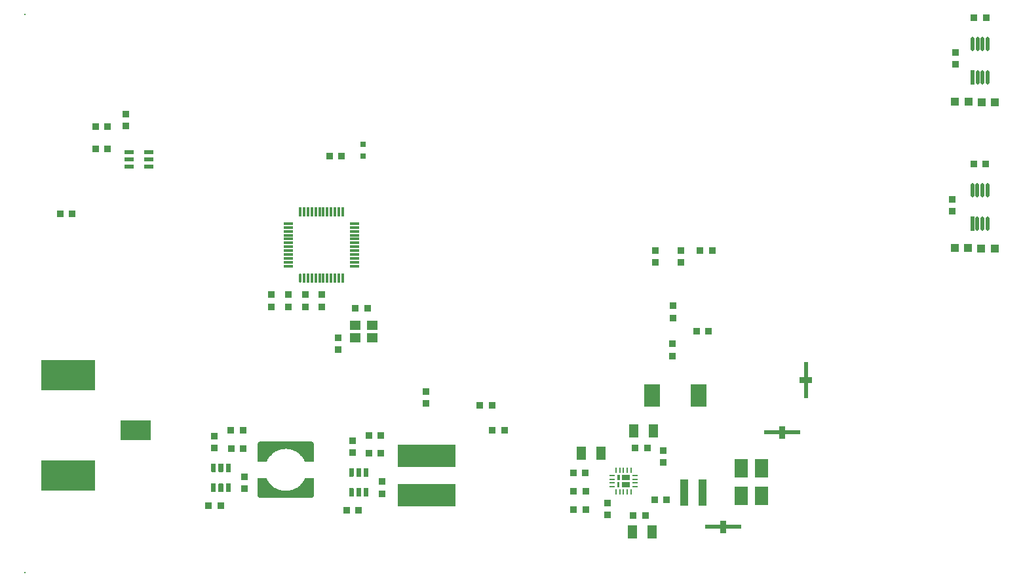
<source format=gtp>
G04*
G04 #@! TF.GenerationSoftware,Altium Limited,Altium Designer,25.3.3 (18)*
G04*
G04 Layer_Color=8421504*
%FSLAX44Y44*%
%MOMM*%
G71*
G04*
G04 #@! TF.SameCoordinates,6D202E75-467B-4672-BE30-C010D47AD25D*
G04*
G04*
G04 #@! TF.FilePolarity,Positive*
G04*
G01*
G75*
%ADD17R,0.4980X1.8565*%
G04:AMPARAMS|DCode=18|XSize=1.8565mm|YSize=0.498mm|CornerRadius=0.249mm|HoleSize=0mm|Usage=FLASHONLY|Rotation=90.000|XOffset=0mm|YOffset=0mm|HoleType=Round|Shape=RoundedRectangle|*
%AMROUNDEDRECTD18*
21,1,1.8565,0.0000,0,0,90.0*
21,1,1.3585,0.4980,0,0,90.0*
1,1,0.4980,0.0000,0.6793*
1,1,0.4980,0.0000,-0.6793*
1,1,0.4980,0.0000,-0.6793*
1,1,0.4980,0.0000,0.6793*
%
%ADD18ROUNDEDRECTD18*%
%ADD19R,0.8587X0.9121*%
%ADD20R,0.9121X0.8587*%
%ADD21R,1.0000X1.0000*%
%ADD22R,7.5000X3.0000*%
%ADD23R,1.1500X1.7000*%
%ADD24R,0.3000X0.6500*%
%ADD25R,0.6500X0.2500*%
%ADD26R,0.2500X0.6500*%
%ADD27R,1.0000X0.7000*%
%ADD28R,1.4000X1.2000*%
%ADD29R,1.2000X0.6000*%
%ADD30R,2.0000X3.0000*%
%ADD31R,1.8000X2.4000*%
%ADD32R,0.9800X3.4000*%
%ADD33O,0.3000X1.2000*%
%ADD34R,0.3000X1.2000*%
%ADD35R,1.2000X0.3000*%
%ADD36R,0.1270X0.1270*%
%ADD37R,0.8000X0.8000*%
%ADD38R,7.0000X4.0000*%
%ADD39R,4.0000X2.5000*%
G36*
X1026678Y262626D02*
X1032278D01*
Y255026D01*
X1026678D01*
Y235476D01*
X1021578D01*
Y255026D01*
X1015978D01*
Y262626D01*
X1021578D01*
Y282176D01*
X1026678D01*
Y262626D01*
D02*
G37*
G36*
X997448Y193558D02*
X1016998D01*
Y188458D01*
X997448D01*
Y182858D01*
X989848D01*
Y188458D01*
X970298D01*
Y193558D01*
X989848D01*
Y199158D01*
X997448D01*
Y193558D01*
D02*
G37*
G36*
X385008Y179238D02*
X385218Y179228D01*
X385428Y179198D01*
X385628Y179158D01*
X385838Y179108D01*
X386038Y179048D01*
X386228Y178978D01*
X386428Y178898D01*
X386618Y178808D01*
X386798Y178708D01*
X386978Y178598D01*
X387148Y178488D01*
X387318Y178358D01*
X387478Y178218D01*
X387628Y178078D01*
X387768Y177928D01*
X387908Y177768D01*
X388038Y177598D01*
X388148Y177428D01*
X388258Y177248D01*
X388358Y177068D01*
X388448Y176878D01*
X388528Y176678D01*
X388598Y176488D01*
X388658Y176288D01*
X388708Y176078D01*
X388748Y175878D01*
X388778Y175668D01*
X388788Y175458D01*
X388798Y175248D01*
Y153248D01*
X377178D01*
X376708Y154298D01*
X376248Y155238D01*
X375748Y156158D01*
X375208Y157058D01*
X374638Y157938D01*
X374028Y158798D01*
X373388Y159628D01*
X372718Y160438D01*
X372018Y161218D01*
X371278Y161968D01*
X370518Y162688D01*
X369728Y163388D01*
X368918Y164048D01*
X368078Y164678D01*
X367208Y165278D01*
X366328Y165838D01*
X365418Y166358D01*
X364488Y166858D01*
X363548Y167308D01*
X362578Y167728D01*
X361598Y168108D01*
X360608Y168448D01*
X359608Y168748D01*
X358588Y169018D01*
X357558Y169238D01*
X356528Y169418D01*
X355488Y169568D01*
X354438Y169668D01*
X353398Y169728D01*
X352298Y169748D01*
X351198Y169728D01*
X350158Y169668D01*
X349108Y169568D01*
X348068Y169418D01*
X347038Y169238D01*
X346008Y169018D01*
X344988Y168748D01*
X343988Y168448D01*
X342998Y168108D01*
X342018Y167728D01*
X341048Y167308D01*
X340108Y166858D01*
X339178Y166358D01*
X338268Y165838D01*
X337388Y165278D01*
X336518Y164678D01*
X335678Y164048D01*
X334868Y163388D01*
X334078Y162688D01*
X333318Y161968D01*
X332578Y161218D01*
X331878Y160438D01*
X331208Y159628D01*
X330568Y158798D01*
X329958Y157938D01*
X329388Y157058D01*
X328848Y156158D01*
X328348Y155238D01*
X327888Y154298D01*
X327418Y153248D01*
X315798D01*
Y175248D01*
X315808Y175458D01*
X315818Y175668D01*
X315848Y175878D01*
X315888Y176078D01*
X315938Y176288D01*
X315998Y176488D01*
X316068Y176678D01*
X316148Y176878D01*
X316238Y177068D01*
X316338Y177248D01*
X316448Y177428D01*
X316558Y177598D01*
X316688Y177768D01*
X316828Y177928D01*
X316968Y178078D01*
X317118Y178218D01*
X317278Y178358D01*
X317448Y178488D01*
X317618Y178598D01*
X317798Y178708D01*
X317978Y178808D01*
X318168Y178898D01*
X318368Y178978D01*
X318558Y179048D01*
X318758Y179108D01*
X318968Y179158D01*
X319168Y179198D01*
X319378Y179228D01*
X319588Y179238D01*
X319798Y179248D01*
X384798D01*
X385008Y179238D01*
D02*
G37*
G36*
X280558Y150958D02*
X280578D01*
X280608Y150948D01*
X280628D01*
X280658Y150938D01*
X280678Y150928D01*
X280708Y150918D01*
X280728Y150898D01*
X280748Y150888D01*
X280768Y150868D01*
X280788Y150858D01*
X280808Y150838D01*
X280828Y150818D01*
X280848Y150798D01*
X280868Y150778D01*
X280878Y150758D01*
X280898Y150738D01*
X280908Y150718D01*
X280928Y150698D01*
X280938Y150668D01*
X280948Y150648D01*
X280958Y150618D01*
Y150598D01*
X280968Y150568D01*
Y150548D01*
X280978Y150518D01*
Y140418D01*
X280968Y140388D01*
Y140368D01*
X280958Y140338D01*
Y140318D01*
X280948Y140288D01*
X280938Y140268D01*
X280928Y140238D01*
X280908Y140218D01*
X280898Y140198D01*
X280878Y140178D01*
X280868Y140158D01*
X280848Y140138D01*
X280828Y140118D01*
X280808Y140098D01*
X280788Y140078D01*
X280768Y140068D01*
X280748Y140048D01*
X280728Y140038D01*
X280708Y140018D01*
X280678Y140008D01*
X280658Y139998D01*
X280628Y139988D01*
X280608D01*
X280578Y139978D01*
X280558D01*
X280528Y139968D01*
X275428D01*
X275398Y139978D01*
X275378D01*
X275348Y139988D01*
X275328D01*
X275298Y139998D01*
X275278Y140008D01*
X275248Y140018D01*
X275228Y140038D01*
X275208Y140048D01*
X275188Y140068D01*
X275168Y140078D01*
X275148Y140098D01*
X275128Y140118D01*
X275108Y140138D01*
X275088Y140158D01*
X275078Y140178D01*
X275058Y140198D01*
X275048Y140218D01*
X275028Y140238D01*
X275018Y140268D01*
X275008Y140288D01*
X274998Y140318D01*
Y140338D01*
X274988Y140368D01*
Y140388D01*
X274978Y140418D01*
Y150518D01*
X274988Y150548D01*
Y150568D01*
X274998Y150598D01*
Y150618D01*
X275008Y150648D01*
X275018Y150668D01*
X275028Y150698D01*
X275048Y150718D01*
X275058Y150738D01*
X275078Y150758D01*
X275088Y150778D01*
X275108Y150798D01*
X275128Y150818D01*
X275148Y150838D01*
X275168Y150858D01*
X275188Y150868D01*
X275208Y150888D01*
X275228Y150898D01*
X275248Y150918D01*
X275278Y150928D01*
X275298Y150938D01*
X275328Y150948D01*
X275348D01*
X275378Y150958D01*
X275398D01*
X275428Y150968D01*
X280528D01*
X280558Y150958D01*
D02*
G37*
G36*
X271058D02*
X271078D01*
X271108Y150948D01*
X271128D01*
X271158Y150938D01*
X271178Y150928D01*
X271208Y150918D01*
X271228Y150898D01*
X271248Y150888D01*
X271268Y150868D01*
X271288Y150858D01*
X271308Y150838D01*
X271328Y150818D01*
X271348Y150798D01*
X271368Y150778D01*
X271378Y150758D01*
X271398Y150738D01*
X271408Y150718D01*
X271428Y150698D01*
X271438Y150668D01*
X271448Y150648D01*
X271458Y150618D01*
Y150598D01*
X271468Y150568D01*
Y150548D01*
X271478Y150518D01*
Y140418D01*
X271468Y140388D01*
Y140368D01*
X271458Y140338D01*
Y140318D01*
X271448Y140288D01*
X271438Y140268D01*
X271428Y140238D01*
X271408Y140218D01*
X271398Y140198D01*
X271378Y140178D01*
X271368Y140158D01*
X271348Y140138D01*
X271328Y140118D01*
X271308Y140098D01*
X271288Y140078D01*
X271268Y140068D01*
X271248Y140048D01*
X271228Y140038D01*
X271208Y140018D01*
X271178Y140008D01*
X271158Y139998D01*
X271128Y139988D01*
X271108D01*
X271078Y139978D01*
X271058D01*
X271028Y139968D01*
X265928D01*
X265898Y139978D01*
X265878D01*
X265848Y139988D01*
X265828D01*
X265798Y139998D01*
X265778Y140008D01*
X265748Y140018D01*
X265728Y140038D01*
X265708Y140048D01*
X265688Y140068D01*
X265668Y140078D01*
X265648Y140098D01*
X265628Y140118D01*
X265608Y140138D01*
X265588Y140158D01*
X265578Y140178D01*
X265558Y140198D01*
X265548Y140218D01*
X265528Y140238D01*
X265518Y140268D01*
X265508Y140288D01*
X265498Y140318D01*
Y140338D01*
X265488Y140368D01*
Y140388D01*
X265478Y140418D01*
Y150518D01*
X265488Y150548D01*
Y150568D01*
X265498Y150598D01*
Y150618D01*
X265508Y150648D01*
X265518Y150668D01*
X265528Y150698D01*
X265548Y150718D01*
X265558Y150738D01*
X265578Y150758D01*
X265588Y150778D01*
X265608Y150798D01*
X265628Y150818D01*
X265648Y150838D01*
X265668Y150858D01*
X265688Y150868D01*
X265708Y150888D01*
X265728Y150898D01*
X265748Y150918D01*
X265778Y150928D01*
X265798Y150938D01*
X265828Y150948D01*
X265848D01*
X265878Y150958D01*
X265898D01*
X265928Y150968D01*
X271028D01*
X271058Y150958D01*
D02*
G37*
G36*
X261558D02*
X261578D01*
X261608Y150948D01*
X261628D01*
X261658Y150938D01*
X261678Y150928D01*
X261708Y150918D01*
X261728Y150898D01*
X261748Y150888D01*
X261768Y150868D01*
X261788Y150858D01*
X261808Y150838D01*
X261828Y150818D01*
X261848Y150798D01*
X261868Y150778D01*
X261878Y150758D01*
X261898Y150738D01*
X261908Y150718D01*
X261928Y150698D01*
X261938Y150668D01*
X261948Y150648D01*
X261958Y150618D01*
Y150598D01*
X261968Y150568D01*
Y150548D01*
X261978Y150518D01*
Y140418D01*
X261968Y140388D01*
Y140368D01*
X261958Y140338D01*
Y140318D01*
X261948Y140288D01*
X261938Y140268D01*
X261928Y140238D01*
X261908Y140218D01*
X261898Y140198D01*
X261878Y140178D01*
X261868Y140158D01*
X261848Y140138D01*
X261828Y140118D01*
X261808Y140098D01*
X261788Y140078D01*
X261768Y140068D01*
X261748Y140048D01*
X261728Y140038D01*
X261708Y140018D01*
X261678Y140008D01*
X261658Y139998D01*
X261628Y139988D01*
X261608D01*
X261578Y139978D01*
X261558D01*
X261528Y139968D01*
X256428D01*
X256398Y139978D01*
X256378D01*
X256348Y139988D01*
X256328D01*
X256298Y139998D01*
X256278Y140008D01*
X256248Y140018D01*
X256228Y140038D01*
X256208Y140048D01*
X256188Y140068D01*
X256168Y140078D01*
X256148Y140098D01*
X256128Y140118D01*
X256108Y140138D01*
X256088Y140158D01*
X256078Y140178D01*
X256058Y140198D01*
X256048Y140218D01*
X256028Y140238D01*
X256018Y140268D01*
X256008Y140288D01*
X255998Y140318D01*
Y140338D01*
X255988Y140368D01*
Y140388D01*
X255978Y140418D01*
Y150518D01*
X255988Y150548D01*
Y150568D01*
X255998Y150598D01*
Y150618D01*
X256008Y150648D01*
X256018Y150668D01*
X256028Y150698D01*
X256048Y150718D01*
X256058Y150738D01*
X256078Y150758D01*
X256088Y150778D01*
X256108Y150798D01*
X256128Y150818D01*
X256148Y150838D01*
X256168Y150858D01*
X256188Y150868D01*
X256208Y150888D01*
X256228Y150898D01*
X256248Y150918D01*
X256278Y150928D01*
X256298Y150938D01*
X256328Y150948D01*
X256348D01*
X256378Y150958D01*
X256398D01*
X256428Y150968D01*
X261528D01*
X261558Y150958D01*
D02*
G37*
G36*
X458612Y144982D02*
X458632D01*
X458662Y144972D01*
X458682D01*
X458712Y144962D01*
X458732Y144952D01*
X458762Y144942D01*
X458782Y144922D01*
X458802Y144912D01*
X458822Y144892D01*
X458842Y144882D01*
X458862Y144862D01*
X458882Y144842D01*
X458902Y144822D01*
X458922Y144802D01*
X458932Y144782D01*
X458952Y144762D01*
X458962Y144742D01*
X458982Y144722D01*
X458992Y144692D01*
X459002Y144672D01*
X459012Y144642D01*
Y144622D01*
X459022Y144592D01*
Y144572D01*
X459032Y144542D01*
Y134442D01*
X459022Y134412D01*
Y134392D01*
X459012Y134362D01*
Y134342D01*
X459002Y134312D01*
X458992Y134292D01*
X458982Y134262D01*
X458962Y134242D01*
X458952Y134222D01*
X458932Y134202D01*
X458922Y134182D01*
X458902Y134162D01*
X458882Y134142D01*
X458862Y134122D01*
X458842Y134102D01*
X458822Y134092D01*
X458802Y134072D01*
X458782Y134062D01*
X458762Y134042D01*
X458732Y134032D01*
X458712Y134022D01*
X458682Y134012D01*
X458662D01*
X458632Y134002D01*
X458612D01*
X458582Y133992D01*
X453482D01*
X453452Y134002D01*
X453432D01*
X453402Y134012D01*
X453382D01*
X453352Y134022D01*
X453332Y134032D01*
X453302Y134042D01*
X453282Y134062D01*
X453262Y134072D01*
X453242Y134092D01*
X453222Y134102D01*
X453202Y134122D01*
X453182Y134142D01*
X453162Y134162D01*
X453142Y134182D01*
X453132Y134202D01*
X453112Y134222D01*
X453102Y134242D01*
X453082Y134262D01*
X453072Y134292D01*
X453062Y134312D01*
X453052Y134342D01*
Y134362D01*
X453042Y134392D01*
Y134412D01*
X453032Y134442D01*
Y144542D01*
X453042Y144572D01*
Y144592D01*
X453052Y144622D01*
Y144642D01*
X453062Y144672D01*
X453072Y144692D01*
X453082Y144722D01*
X453102Y144742D01*
X453112Y144762D01*
X453132Y144782D01*
X453142Y144802D01*
X453162Y144822D01*
X453182Y144842D01*
X453202Y144862D01*
X453222Y144882D01*
X453242Y144892D01*
X453262Y144912D01*
X453282Y144922D01*
X453302Y144942D01*
X453332Y144952D01*
X453352Y144962D01*
X453382Y144972D01*
X453402D01*
X453432Y144982D01*
X453452D01*
X453482Y144992D01*
X458582D01*
X458612Y144982D01*
D02*
G37*
G36*
X449112D02*
X449132D01*
X449162Y144972D01*
X449182D01*
X449212Y144962D01*
X449232Y144952D01*
X449262Y144942D01*
X449282Y144922D01*
X449302Y144912D01*
X449322Y144892D01*
X449342Y144882D01*
X449362Y144862D01*
X449382Y144842D01*
X449402Y144822D01*
X449422Y144802D01*
X449432Y144782D01*
X449452Y144762D01*
X449462Y144742D01*
X449482Y144722D01*
X449492Y144692D01*
X449502Y144672D01*
X449512Y144642D01*
Y144622D01*
X449522Y144592D01*
Y144572D01*
X449532Y144542D01*
Y134442D01*
X449522Y134412D01*
Y134392D01*
X449512Y134362D01*
Y134342D01*
X449502Y134312D01*
X449492Y134292D01*
X449482Y134262D01*
X449462Y134242D01*
X449452Y134222D01*
X449432Y134202D01*
X449422Y134182D01*
X449402Y134162D01*
X449382Y134142D01*
X449362Y134122D01*
X449342Y134102D01*
X449322Y134092D01*
X449302Y134072D01*
X449282Y134062D01*
X449262Y134042D01*
X449232Y134032D01*
X449212Y134022D01*
X449182Y134012D01*
X449162D01*
X449132Y134002D01*
X449112D01*
X449082Y133992D01*
X443982D01*
X443952Y134002D01*
X443932D01*
X443902Y134012D01*
X443882D01*
X443852Y134022D01*
X443832Y134032D01*
X443802Y134042D01*
X443782Y134062D01*
X443762Y134072D01*
X443742Y134092D01*
X443722Y134102D01*
X443702Y134122D01*
X443682Y134142D01*
X443662Y134162D01*
X443642Y134182D01*
X443632Y134202D01*
X443612Y134222D01*
X443602Y134242D01*
X443582Y134262D01*
X443572Y134292D01*
X443562Y134312D01*
X443552Y134342D01*
Y134362D01*
X443542Y134392D01*
Y134412D01*
X443532Y134442D01*
Y144542D01*
X443542Y144572D01*
Y144592D01*
X443552Y144622D01*
Y144642D01*
X443562Y144672D01*
X443572Y144692D01*
X443582Y144722D01*
X443602Y144742D01*
X443612Y144762D01*
X443632Y144782D01*
X443642Y144802D01*
X443662Y144822D01*
X443682Y144842D01*
X443702Y144862D01*
X443722Y144882D01*
X443742Y144892D01*
X443762Y144912D01*
X443782Y144922D01*
X443802Y144942D01*
X443832Y144952D01*
X443852Y144962D01*
X443882Y144972D01*
X443902D01*
X443932Y144982D01*
X443952D01*
X443982Y144992D01*
X449082D01*
X449112Y144982D01*
D02*
G37*
G36*
X439612D02*
X439632D01*
X439662Y144972D01*
X439682D01*
X439712Y144962D01*
X439732Y144952D01*
X439762Y144942D01*
X439782Y144922D01*
X439802Y144912D01*
X439822Y144892D01*
X439842Y144882D01*
X439862Y144862D01*
X439882Y144842D01*
X439902Y144822D01*
X439922Y144802D01*
X439932Y144782D01*
X439952Y144762D01*
X439962Y144742D01*
X439982Y144722D01*
X439992Y144692D01*
X440002Y144672D01*
X440012Y144642D01*
Y144622D01*
X440022Y144592D01*
Y144572D01*
X440032Y144542D01*
Y134442D01*
X440022Y134412D01*
Y134392D01*
X440012Y134362D01*
Y134342D01*
X440002Y134312D01*
X439992Y134292D01*
X439982Y134262D01*
X439962Y134242D01*
X439952Y134222D01*
X439932Y134202D01*
X439922Y134182D01*
X439902Y134162D01*
X439882Y134142D01*
X439862Y134122D01*
X439842Y134102D01*
X439822Y134092D01*
X439802Y134072D01*
X439782Y134062D01*
X439762Y134042D01*
X439732Y134032D01*
X439712Y134022D01*
X439682Y134012D01*
X439662D01*
X439632Y134002D01*
X439612D01*
X439582Y133992D01*
X434482D01*
X434452Y134002D01*
X434432D01*
X434402Y134012D01*
X434382D01*
X434352Y134022D01*
X434332Y134032D01*
X434302Y134042D01*
X434282Y134062D01*
X434262Y134072D01*
X434242Y134092D01*
X434222Y134102D01*
X434202Y134122D01*
X434182Y134142D01*
X434162Y134162D01*
X434142Y134182D01*
X434132Y134202D01*
X434112Y134222D01*
X434102Y134242D01*
X434082Y134262D01*
X434072Y134292D01*
X434062Y134312D01*
X434052Y134342D01*
Y134362D01*
X434042Y134392D01*
Y134412D01*
X434032Y134442D01*
Y144542D01*
X434042Y144572D01*
Y144592D01*
X434052Y144622D01*
Y144642D01*
X434062Y144672D01*
X434072Y144692D01*
X434082Y144722D01*
X434102Y144742D01*
X434112Y144762D01*
X434132Y144782D01*
X434142Y144802D01*
X434162Y144822D01*
X434182Y144842D01*
X434202Y144862D01*
X434222Y144882D01*
X434242Y144892D01*
X434262Y144912D01*
X434282Y144922D01*
X434302Y144942D01*
X434332Y144952D01*
X434352Y144962D01*
X434382Y144972D01*
X434402D01*
X434432Y144982D01*
X434452D01*
X434482Y144992D01*
X439582D01*
X439612Y144982D01*
D02*
G37*
G36*
X783464Y126698D02*
X783464Y120198D01*
X781214Y120198D01*
X780464Y121086D01*
Y126698D01*
X780464Y126698D01*
X783464Y126698D01*
D02*
G37*
G36*
X388798Y110248D02*
X388788Y110038D01*
X388778Y109828D01*
X388748Y109618D01*
X388708Y109418D01*
X388658Y109208D01*
X388598Y109008D01*
X388528Y108818D01*
X388448Y108618D01*
X388358Y108428D01*
X388258Y108248D01*
X388148Y108068D01*
X388038Y107898D01*
X387908Y107728D01*
X387768Y107568D01*
X387628Y107418D01*
X387478Y107278D01*
X387318Y107138D01*
X387148Y107008D01*
X386978Y106898D01*
X386798Y106788D01*
X386618Y106688D01*
X386428Y106598D01*
X386228Y106518D01*
X386038Y106448D01*
X385838Y106388D01*
X385628Y106338D01*
X385428Y106298D01*
X385218Y106268D01*
X385008Y106258D01*
X384798Y106248D01*
X319798D01*
X319588Y106258D01*
X319378Y106268D01*
X319168Y106298D01*
X318968Y106338D01*
X318758Y106388D01*
X318558Y106448D01*
X318368Y106518D01*
X318168Y106598D01*
X317978Y106688D01*
X317798Y106788D01*
X317618Y106898D01*
X317448Y107008D01*
X317278Y107138D01*
X317118Y107278D01*
X316968Y107418D01*
X316828Y107568D01*
X316688Y107728D01*
X316558Y107898D01*
X316448Y108068D01*
X316338Y108248D01*
X316238Y108428D01*
X316148Y108618D01*
X316068Y108818D01*
X315998Y109008D01*
X315938Y109208D01*
X315888Y109418D01*
X315848Y109618D01*
X315818Y109828D01*
X315808Y110038D01*
X315798Y110248D01*
Y132248D01*
X327418D01*
X327888Y131198D01*
X328348Y130258D01*
X328848Y129338D01*
X329388Y128438D01*
X329958Y127558D01*
X330568Y126698D01*
X331208Y125868D01*
X331878Y125058D01*
X332578Y124278D01*
X333318Y123528D01*
X334078Y122808D01*
X334868Y122108D01*
X335678Y121448D01*
X336518Y120818D01*
X337388Y120218D01*
X338268Y119658D01*
X339178Y119138D01*
X340108Y118638D01*
X341048Y118188D01*
X342018Y117768D01*
X342998Y117388D01*
X343988Y117048D01*
X344988Y116748D01*
X346008Y116478D01*
X347038Y116258D01*
X348068Y116078D01*
X349108Y115928D01*
X350158Y115828D01*
X351198Y115768D01*
X352298Y115748D01*
X353398Y115768D01*
X354438Y115828D01*
X355488Y115928D01*
X356528Y116078D01*
X357558Y116258D01*
X358588Y116478D01*
X359608Y116748D01*
X360608Y117048D01*
X361598Y117388D01*
X362578Y117768D01*
X363548Y118188D01*
X364488Y118638D01*
X365418Y119138D01*
X366328Y119658D01*
X367208Y120218D01*
X368078Y120818D01*
X368918Y121448D01*
X369728Y122108D01*
X370518Y122808D01*
X371278Y123528D01*
X372018Y124278D01*
X372718Y125058D01*
X373388Y125868D01*
X374028Y126698D01*
X374638Y127558D01*
X375208Y128438D01*
X375748Y129338D01*
X376248Y130258D01*
X376708Y131198D01*
X377178Y132248D01*
X388798D01*
Y110248D01*
D02*
G37*
G36*
X280558Y124958D02*
X280578D01*
X280608Y124948D01*
X280628D01*
X280658Y124938D01*
X280678Y124928D01*
X280708Y124918D01*
X280728Y124898D01*
X280748Y124888D01*
X280768Y124868D01*
X280788Y124858D01*
X280808Y124838D01*
X280828Y124818D01*
X280848Y124798D01*
X280868Y124778D01*
X280878Y124758D01*
X280898Y124738D01*
X280908Y124718D01*
X280928Y124698D01*
X280938Y124668D01*
X280948Y124648D01*
X280958Y124618D01*
Y124598D01*
X280968Y124568D01*
Y124548D01*
X280978Y124518D01*
Y114418D01*
X280968Y114388D01*
Y114368D01*
X280958Y114338D01*
Y114318D01*
X280948Y114288D01*
X280938Y114268D01*
X280928Y114238D01*
X280908Y114218D01*
X280898Y114198D01*
X280878Y114178D01*
X280868Y114158D01*
X280848Y114138D01*
X280828Y114118D01*
X280808Y114098D01*
X280788Y114078D01*
X280768Y114068D01*
X280748Y114048D01*
X280728Y114038D01*
X280708Y114018D01*
X280678Y114008D01*
X280658Y113998D01*
X280628Y113988D01*
X280608D01*
X280578Y113978D01*
X280558D01*
X280528Y113968D01*
X275428D01*
X275398Y113978D01*
X275378D01*
X275348Y113988D01*
X275328D01*
X275298Y113998D01*
X275278Y114008D01*
X275248Y114018D01*
X275228Y114038D01*
X275208Y114048D01*
X275188Y114068D01*
X275168Y114078D01*
X275148Y114098D01*
X275128Y114118D01*
X275108Y114138D01*
X275088Y114158D01*
X275078Y114178D01*
X275058Y114198D01*
X275048Y114218D01*
X275028Y114238D01*
X275018Y114268D01*
X275008Y114288D01*
X274998Y114318D01*
Y114338D01*
X274988Y114368D01*
Y114388D01*
X274978Y114418D01*
Y124518D01*
X274988Y124548D01*
Y124568D01*
X274998Y124598D01*
Y124618D01*
X275008Y124648D01*
X275018Y124668D01*
X275028Y124698D01*
X275048Y124718D01*
X275058Y124738D01*
X275078Y124758D01*
X275088Y124778D01*
X275108Y124798D01*
X275128Y124818D01*
X275148Y124838D01*
X275168Y124858D01*
X275188Y124868D01*
X275208Y124888D01*
X275228Y124898D01*
X275248Y124918D01*
X275278Y124928D01*
X275298Y124938D01*
X275328Y124948D01*
X275348D01*
X275378Y124958D01*
X275398D01*
X275428Y124968D01*
X280528D01*
X280558Y124958D01*
D02*
G37*
G36*
X271058D02*
X271078D01*
X271108Y124948D01*
X271128D01*
X271158Y124938D01*
X271178Y124928D01*
X271208Y124918D01*
X271228Y124898D01*
X271248Y124888D01*
X271268Y124868D01*
X271288Y124858D01*
X271308Y124838D01*
X271328Y124818D01*
X271348Y124798D01*
X271368Y124778D01*
X271378Y124758D01*
X271398Y124738D01*
X271408Y124718D01*
X271428Y124698D01*
X271438Y124668D01*
X271448Y124648D01*
X271458Y124618D01*
Y124598D01*
X271468Y124568D01*
Y124548D01*
X271478Y124518D01*
Y114418D01*
X271468Y114388D01*
Y114368D01*
X271458Y114338D01*
Y114318D01*
X271448Y114288D01*
X271438Y114268D01*
X271428Y114238D01*
X271408Y114218D01*
X271398Y114198D01*
X271378Y114178D01*
X271368Y114158D01*
X271348Y114138D01*
X271328Y114118D01*
X271308Y114098D01*
X271288Y114078D01*
X271268Y114068D01*
X271248Y114048D01*
X271228Y114038D01*
X271208Y114018D01*
X271178Y114008D01*
X271158Y113998D01*
X271128Y113988D01*
X271108D01*
X271078Y113978D01*
X271058D01*
X271028Y113968D01*
X265928D01*
X265898Y113978D01*
X265878D01*
X265848Y113988D01*
X265828D01*
X265798Y113998D01*
X265778Y114008D01*
X265748Y114018D01*
X265728Y114038D01*
X265708Y114048D01*
X265688Y114068D01*
X265668Y114078D01*
X265648Y114098D01*
X265628Y114118D01*
X265608Y114138D01*
X265588Y114158D01*
X265578Y114178D01*
X265558Y114198D01*
X265548Y114218D01*
X265528Y114238D01*
X265518Y114268D01*
X265508Y114288D01*
X265498Y114318D01*
Y114338D01*
X265488Y114368D01*
Y114388D01*
X265478Y114418D01*
Y124518D01*
X265488Y124548D01*
Y124568D01*
X265498Y124598D01*
Y124618D01*
X265508Y124648D01*
X265518Y124668D01*
X265528Y124698D01*
X265548Y124718D01*
X265558Y124738D01*
X265578Y124758D01*
X265588Y124778D01*
X265608Y124798D01*
X265628Y124818D01*
X265648Y124838D01*
X265668Y124858D01*
X265688Y124868D01*
X265708Y124888D01*
X265728Y124898D01*
X265748Y124918D01*
X265778Y124928D01*
X265798Y124938D01*
X265828Y124948D01*
X265848D01*
X265878Y124958D01*
X265898D01*
X265928Y124968D01*
X271028D01*
X271058Y124958D01*
D02*
G37*
G36*
X261558D02*
X261578D01*
X261608Y124948D01*
X261628D01*
X261658Y124938D01*
X261678Y124928D01*
X261708Y124918D01*
X261728Y124898D01*
X261748Y124888D01*
X261768Y124868D01*
X261788Y124858D01*
X261808Y124838D01*
X261828Y124818D01*
X261848Y124798D01*
X261868Y124778D01*
X261878Y124758D01*
X261898Y124738D01*
X261908Y124718D01*
X261928Y124698D01*
X261938Y124668D01*
X261948Y124648D01*
X261958Y124618D01*
Y124598D01*
X261968Y124568D01*
Y124548D01*
X261978Y124518D01*
Y114418D01*
X261968Y114388D01*
Y114368D01*
X261958Y114338D01*
Y114318D01*
X261948Y114288D01*
X261938Y114268D01*
X261928Y114238D01*
X261908Y114218D01*
X261898Y114198D01*
X261878Y114178D01*
X261868Y114158D01*
X261848Y114138D01*
X261828Y114118D01*
X261808Y114098D01*
X261788Y114078D01*
X261768Y114068D01*
X261748Y114048D01*
X261728Y114038D01*
X261708Y114018D01*
X261678Y114008D01*
X261658Y113998D01*
X261628Y113988D01*
X261608D01*
X261578Y113978D01*
X261558D01*
X261528Y113968D01*
X256428D01*
X256398Y113978D01*
X256378D01*
X256348Y113988D01*
X256328D01*
X256298Y113998D01*
X256278Y114008D01*
X256248Y114018D01*
X256228Y114038D01*
X256208Y114048D01*
X256188Y114068D01*
X256168Y114078D01*
X256148Y114098D01*
X256128Y114118D01*
X256108Y114138D01*
X256088Y114158D01*
X256078Y114178D01*
X256058Y114198D01*
X256048Y114218D01*
X256028Y114238D01*
X256018Y114268D01*
X256008Y114288D01*
X255998Y114318D01*
Y114338D01*
X255988Y114368D01*
Y114388D01*
X255978Y114418D01*
Y124518D01*
X255988Y124548D01*
Y124568D01*
X255998Y124598D01*
Y124618D01*
X256008Y124648D01*
X256018Y124668D01*
X256028Y124698D01*
X256048Y124718D01*
X256058Y124738D01*
X256078Y124758D01*
X256088Y124778D01*
X256108Y124798D01*
X256128Y124818D01*
X256148Y124838D01*
X256168Y124858D01*
X256188Y124868D01*
X256208Y124888D01*
X256228Y124898D01*
X256248Y124918D01*
X256278Y124928D01*
X256298Y124938D01*
X256328Y124948D01*
X256348D01*
X256378Y124958D01*
X256398D01*
X256428Y124968D01*
X261528D01*
X261558Y124958D01*
D02*
G37*
G36*
X458612Y118982D02*
X458632D01*
X458662Y118972D01*
X458682D01*
X458712Y118962D01*
X458732Y118952D01*
X458762Y118942D01*
X458782Y118922D01*
X458802Y118912D01*
X458822Y118892D01*
X458842Y118882D01*
X458862Y118862D01*
X458882Y118842D01*
X458902Y118822D01*
X458922Y118802D01*
X458932Y118782D01*
X458952Y118762D01*
X458962Y118742D01*
X458982Y118722D01*
X458992Y118692D01*
X459002Y118672D01*
X459012Y118642D01*
Y118622D01*
X459022Y118592D01*
Y118572D01*
X459032Y118542D01*
Y108442D01*
X459022Y108412D01*
Y108392D01*
X459012Y108362D01*
Y108342D01*
X459002Y108312D01*
X458992Y108292D01*
X458982Y108262D01*
X458962Y108242D01*
X458952Y108222D01*
X458932Y108202D01*
X458922Y108182D01*
X458902Y108162D01*
X458882Y108142D01*
X458862Y108122D01*
X458842Y108102D01*
X458822Y108092D01*
X458802Y108072D01*
X458782Y108062D01*
X458762Y108042D01*
X458732Y108032D01*
X458712Y108022D01*
X458682Y108012D01*
X458662D01*
X458632Y108002D01*
X458612D01*
X458582Y107992D01*
X453482D01*
X453452Y108002D01*
X453432D01*
X453402Y108012D01*
X453382D01*
X453352Y108022D01*
X453332Y108032D01*
X453302Y108042D01*
X453282Y108062D01*
X453262Y108072D01*
X453242Y108092D01*
X453222Y108102D01*
X453202Y108122D01*
X453182Y108142D01*
X453162Y108162D01*
X453142Y108182D01*
X453132Y108202D01*
X453112Y108222D01*
X453102Y108242D01*
X453082Y108262D01*
X453072Y108292D01*
X453062Y108312D01*
X453052Y108342D01*
Y108362D01*
X453042Y108392D01*
Y108412D01*
X453032Y108442D01*
Y118542D01*
X453042Y118572D01*
Y118592D01*
X453052Y118622D01*
Y118642D01*
X453062Y118672D01*
X453072Y118692D01*
X453082Y118722D01*
X453102Y118742D01*
X453112Y118762D01*
X453132Y118782D01*
X453142Y118802D01*
X453162Y118822D01*
X453182Y118842D01*
X453202Y118862D01*
X453222Y118882D01*
X453242Y118892D01*
X453262Y118912D01*
X453282Y118922D01*
X453302Y118942D01*
X453332Y118952D01*
X453352Y118962D01*
X453382Y118972D01*
X453402D01*
X453432Y118982D01*
X453452D01*
X453482Y118992D01*
X458582D01*
X458612Y118982D01*
D02*
G37*
G36*
X449112D02*
X449132D01*
X449162Y118972D01*
X449182D01*
X449212Y118962D01*
X449232Y118952D01*
X449262Y118942D01*
X449282Y118922D01*
X449302Y118912D01*
X449322Y118892D01*
X449342Y118882D01*
X449362Y118862D01*
X449382Y118842D01*
X449402Y118822D01*
X449422Y118802D01*
X449432Y118782D01*
X449452Y118762D01*
X449462Y118742D01*
X449482Y118722D01*
X449492Y118692D01*
X449502Y118672D01*
X449512Y118642D01*
Y118622D01*
X449522Y118592D01*
Y118572D01*
X449532Y118542D01*
Y108442D01*
X449522Y108412D01*
Y108392D01*
X449512Y108362D01*
Y108342D01*
X449502Y108312D01*
X449492Y108292D01*
X449482Y108262D01*
X449462Y108242D01*
X449452Y108222D01*
X449432Y108202D01*
X449422Y108182D01*
X449402Y108162D01*
X449382Y108142D01*
X449362Y108122D01*
X449342Y108102D01*
X449322Y108092D01*
X449302Y108072D01*
X449282Y108062D01*
X449262Y108042D01*
X449232Y108032D01*
X449212Y108022D01*
X449182Y108012D01*
X449162D01*
X449132Y108002D01*
X449112D01*
X449082Y107992D01*
X443982D01*
X443952Y108002D01*
X443932D01*
X443902Y108012D01*
X443882D01*
X443852Y108022D01*
X443832Y108032D01*
X443802Y108042D01*
X443782Y108062D01*
X443762Y108072D01*
X443742Y108092D01*
X443722Y108102D01*
X443702Y108122D01*
X443682Y108142D01*
X443662Y108162D01*
X443642Y108182D01*
X443632Y108202D01*
X443612Y108222D01*
X443602Y108242D01*
X443582Y108262D01*
X443572Y108292D01*
X443562Y108312D01*
X443552Y108342D01*
Y108362D01*
X443542Y108392D01*
Y108412D01*
X443532Y108442D01*
Y118542D01*
X443542Y118572D01*
Y118592D01*
X443552Y118622D01*
Y118642D01*
X443562Y118672D01*
X443572Y118692D01*
X443582Y118722D01*
X443602Y118742D01*
X443612Y118762D01*
X443632Y118782D01*
X443642Y118802D01*
X443662Y118822D01*
X443682Y118842D01*
X443702Y118862D01*
X443722Y118882D01*
X443742Y118892D01*
X443762Y118912D01*
X443782Y118922D01*
X443802Y118942D01*
X443832Y118952D01*
X443852Y118962D01*
X443882Y118972D01*
X443902D01*
X443932Y118982D01*
X443952D01*
X443982Y118992D01*
X449082D01*
X449112Y118982D01*
D02*
G37*
G36*
X439612D02*
X439632D01*
X439662Y118972D01*
X439682D01*
X439712Y118962D01*
X439732Y118952D01*
X439762Y118942D01*
X439782Y118922D01*
X439802Y118912D01*
X439822Y118892D01*
X439842Y118882D01*
X439862Y118862D01*
X439882Y118842D01*
X439902Y118822D01*
X439922Y118802D01*
X439932Y118782D01*
X439952Y118762D01*
X439962Y118742D01*
X439982Y118722D01*
X439992Y118692D01*
X440002Y118672D01*
X440012Y118642D01*
Y118622D01*
X440022Y118592D01*
Y118572D01*
X440032Y118542D01*
Y108442D01*
X440022Y108412D01*
Y108392D01*
X440012Y108362D01*
Y108342D01*
X440002Y108312D01*
X439992Y108292D01*
X439982Y108262D01*
X439962Y108242D01*
X439952Y108222D01*
X439932Y108202D01*
X439922Y108182D01*
X439902Y108162D01*
X439882Y108142D01*
X439862Y108122D01*
X439842Y108102D01*
X439822Y108092D01*
X439802Y108072D01*
X439782Y108062D01*
X439762Y108042D01*
X439732Y108032D01*
X439712Y108022D01*
X439682Y108012D01*
X439662D01*
X439632Y108002D01*
X439612D01*
X439582Y107992D01*
X434482D01*
X434452Y108002D01*
X434432D01*
X434402Y108012D01*
X434382D01*
X434352Y108022D01*
X434332Y108032D01*
X434302Y108042D01*
X434282Y108062D01*
X434262Y108072D01*
X434242Y108092D01*
X434222Y108102D01*
X434202Y108122D01*
X434182Y108142D01*
X434162Y108162D01*
X434142Y108182D01*
X434132Y108202D01*
X434112Y108222D01*
X434102Y108242D01*
X434082Y108262D01*
X434072Y108292D01*
X434062Y108312D01*
X434052Y108342D01*
Y108362D01*
X434042Y108392D01*
Y108412D01*
X434032Y108442D01*
Y118542D01*
X434042Y118572D01*
Y118592D01*
X434052Y118622D01*
Y118642D01*
X434062Y118672D01*
X434072Y118692D01*
X434082Y118722D01*
X434102Y118742D01*
X434112Y118762D01*
X434132Y118782D01*
X434142Y118802D01*
X434162Y118822D01*
X434182Y118842D01*
X434202Y118862D01*
X434222Y118882D01*
X434242Y118892D01*
X434262Y118912D01*
X434282Y118922D01*
X434302Y118942D01*
X434332Y118952D01*
X434352Y118962D01*
X434382Y118972D01*
X434402D01*
X434432Y118982D01*
X434452D01*
X434482Y118992D01*
X439582D01*
X439612Y118982D01*
D02*
G37*
G36*
X921502Y71638D02*
X941052D01*
Y66538D01*
X921502D01*
Y60938D01*
X913902D01*
Y66538D01*
X894352D01*
Y71638D01*
X913902D01*
Y77238D01*
X921502D01*
Y71638D01*
D02*
G37*
D17*
X1239168Y460583D02*
D03*
X1239676Y649559D02*
D03*
D18*
X1245668Y460583D02*
D03*
X1252168D02*
D03*
X1258668D02*
D03*
Y503601D02*
D03*
X1252168D02*
D03*
X1245668D02*
D03*
X1239168D02*
D03*
X1246176Y649559D02*
D03*
X1252676D02*
D03*
X1259176D02*
D03*
Y692577D02*
D03*
X1252676D02*
D03*
X1246176D02*
D03*
X1239676D02*
D03*
D19*
X1241151Y537972D02*
D03*
X1256685D02*
D03*
X442321Y351282D02*
D03*
X457855D02*
D03*
X459593Y187452D02*
D03*
X475127D02*
D03*
X446171Y90424D02*
D03*
X430637D02*
D03*
X803763Y170688D02*
D03*
X819297D02*
D03*
X424327Y548132D02*
D03*
X408793D02*
D03*
X475127Y164592D02*
D03*
X459593D02*
D03*
X1257193Y726694D02*
D03*
X1241659D02*
D03*
X297581Y170180D02*
D03*
X282047D02*
D03*
X268117Y96520D02*
D03*
X252583D02*
D03*
X739541Y138938D02*
D03*
X724007D02*
D03*
X801223Y83820D02*
D03*
X816757D02*
D03*
X828909Y104140D02*
D03*
X844443D02*
D03*
X619105Y193548D02*
D03*
X634639D02*
D03*
X281539D02*
D03*
X297073D02*
D03*
X898291Y321818D02*
D03*
X882757D02*
D03*
X903117Y426212D02*
D03*
X887583D02*
D03*
X724261Y91186D02*
D03*
X739795D02*
D03*
X724261Y115062D02*
D03*
X739795D02*
D03*
X618637Y226314D02*
D03*
X603103D02*
D03*
X122067Y586232D02*
D03*
X106533D02*
D03*
X76347Y473202D02*
D03*
X60813D02*
D03*
X122067Y557276D02*
D03*
X106533D02*
D03*
D20*
X1213612Y492145D02*
D03*
Y476611D02*
D03*
X145796Y586339D02*
D03*
Y601873D02*
D03*
X533654Y243987D02*
D03*
Y228453D02*
D03*
X839978Y167533D02*
D03*
Y151999D02*
D03*
X420116Y297795D02*
D03*
Y313329D02*
D03*
X399034Y353167D02*
D03*
Y368701D02*
D03*
X476504Y127655D02*
D03*
Y112121D02*
D03*
X298704Y133751D02*
D03*
Y118217D02*
D03*
X862838Y425851D02*
D03*
Y410317D02*
D03*
X852170Y305201D02*
D03*
Y289667D02*
D03*
X767588Y100223D02*
D03*
Y84689D02*
D03*
X333756Y368701D02*
D03*
Y353167D02*
D03*
X377275Y368701D02*
D03*
Y353167D02*
D03*
X355515Y368701D02*
D03*
Y353167D02*
D03*
X438404Y164953D02*
D03*
Y180487D02*
D03*
X1217422Y666349D02*
D03*
Y681883D02*
D03*
X260096Y171049D02*
D03*
Y186583D02*
D03*
X852424Y338943D02*
D03*
Y354477D02*
D03*
X830072Y425851D02*
D03*
Y410317D02*
D03*
D21*
X1216406Y429006D02*
D03*
X1233678D02*
D03*
X1250950Y428752D02*
D03*
X1268222D02*
D03*
X1216914Y617728D02*
D03*
X1234186D02*
D03*
X1251458Y617474D02*
D03*
X1268730D02*
D03*
D22*
X534416Y110382D02*
D03*
Y160382D02*
D03*
D23*
X827074Y193294D02*
D03*
X801574D02*
D03*
X759256Y164338D02*
D03*
X733756D02*
D03*
X800050Y62230D02*
D03*
X825550D02*
D03*
D24*
X781964Y132948D02*
D03*
D25*
X774214Y120698D02*
D03*
Y125698D02*
D03*
Y130698D02*
D03*
Y135698D02*
D03*
X803214Y120698D02*
D03*
Y125698D02*
D03*
Y135698D02*
D03*
Y130698D02*
D03*
D26*
X778714Y113948D02*
D03*
X783714D02*
D03*
X798714D02*
D03*
X793714D02*
D03*
X788714D02*
D03*
X778714Y142448D02*
D03*
X783714D02*
D03*
X798714D02*
D03*
X793714D02*
D03*
X788714D02*
D03*
D27*
X791464Y132698D02*
D03*
Y123698D02*
D03*
D28*
X442390Y313310D02*
D03*
X464390D02*
D03*
Y329310D02*
D03*
X442390D02*
D03*
D29*
X175060Y533806D02*
D03*
Y552806D02*
D03*
Y543306D02*
D03*
X150060D02*
D03*
Y552806D02*
D03*
Y533806D02*
D03*
D30*
X885726Y239014D02*
D03*
X825726D02*
D03*
D31*
X967024Y144746D02*
D03*
X941024D02*
D03*
Y108746D02*
D03*
X967024D02*
D03*
D32*
X890856Y113792D02*
D03*
X867156D02*
D03*
D33*
X370906Y390652D02*
D03*
D34*
X375906D02*
D03*
X380906D02*
D03*
X385906D02*
D03*
X390906D02*
D03*
X395906D02*
D03*
X400906D02*
D03*
X405906D02*
D03*
X410906D02*
D03*
X415906D02*
D03*
X420906D02*
D03*
X425906D02*
D03*
Y475652D02*
D03*
X420906D02*
D03*
X415906D02*
D03*
X410906D02*
D03*
X405906D02*
D03*
X400906D02*
D03*
X395906D02*
D03*
X390906D02*
D03*
X385906D02*
D03*
X380906D02*
D03*
X375906D02*
D03*
X370906D02*
D03*
D35*
X440906Y405652D02*
D03*
Y410652D02*
D03*
Y415652D02*
D03*
Y420652D02*
D03*
Y425652D02*
D03*
Y430652D02*
D03*
Y435652D02*
D03*
Y440652D02*
D03*
Y445652D02*
D03*
Y450652D02*
D03*
Y455652D02*
D03*
Y460652D02*
D03*
X355906D02*
D03*
Y455652D02*
D03*
Y450652D02*
D03*
Y445652D02*
D03*
Y440652D02*
D03*
Y435652D02*
D03*
Y430652D02*
D03*
Y425652D02*
D03*
Y420652D02*
D03*
Y415652D02*
D03*
Y410652D02*
D03*
Y405652D02*
D03*
D36*
X15240Y730758D02*
D03*
Y10160D02*
D03*
D37*
X451866Y547998D02*
D03*
Y562998D02*
D03*
D38*
X71108Y135000D02*
D03*
Y265000D02*
D03*
D39*
X158608Y194000D02*
D03*
M02*

</source>
